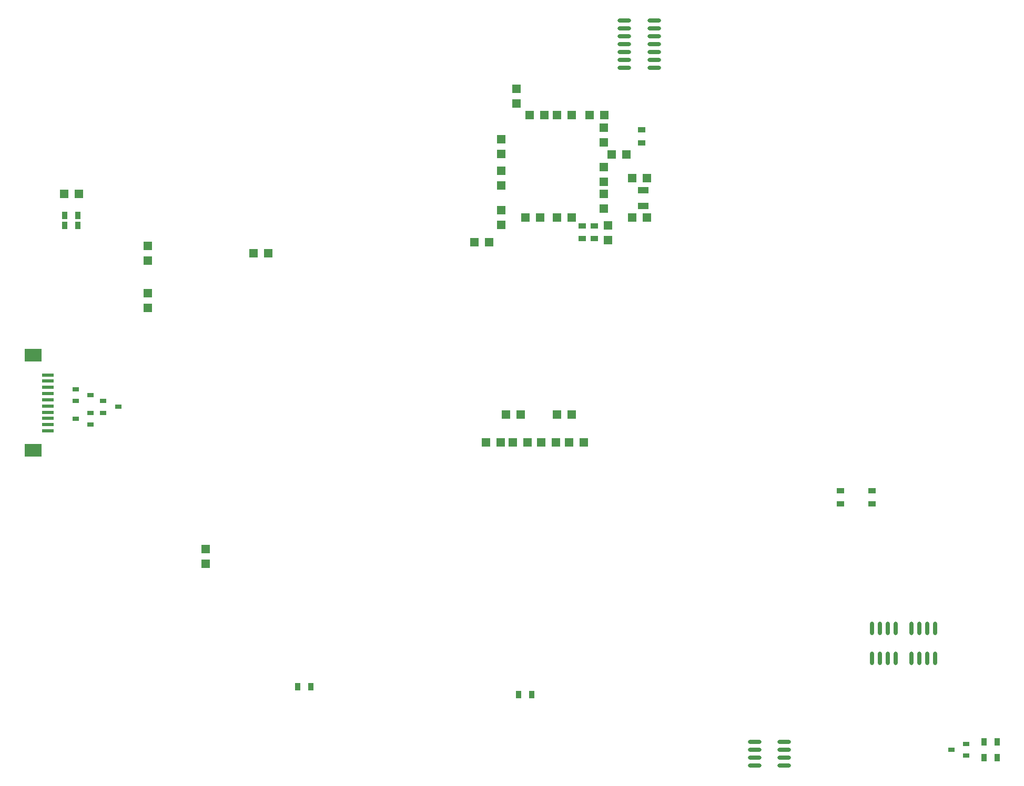
<source format=gbp>
G04 Layer_Color=128*
%FSLAX24Y24*%
%MOIN*%
G70*
G01*
G75*
%ADD18R,0.0532X0.0571*%
%ADD19R,0.0335X0.0512*%
%ADD21R,0.0571X0.0532*%
%ADD27O,0.0236X0.0866*%
%ADD28R,0.0512X0.0335*%
%ADD33O,0.0866X0.0236*%
%ADD57R,0.0394X0.0276*%
%ADD124R,0.0709X0.0394*%
%ADD125R,0.0748X0.0236*%
%ADD126R,0.1102X0.0827*%
D18*
X963Y32500D02*
D03*
X37D02*
D03*
X32963Y16750D02*
D03*
X32037D02*
D03*
X32213Y18500D02*
D03*
X31287D02*
D03*
X31213Y16750D02*
D03*
X30287D02*
D03*
X28487D02*
D03*
X29413D02*
D03*
X28037Y18500D02*
D03*
X28963D02*
D03*
X36963Y31000D02*
D03*
X36037D02*
D03*
X36963Y33500D02*
D03*
X36037D02*
D03*
X27713Y16750D02*
D03*
X26787D02*
D03*
X26037Y29450D02*
D03*
X26963D02*
D03*
X29537Y37500D02*
D03*
X30463D02*
D03*
X32213D02*
D03*
X31287D02*
D03*
X33337D02*
D03*
X34263D02*
D03*
X35663Y35000D02*
D03*
X34737D02*
D03*
X31287Y31000D02*
D03*
X32213D02*
D03*
X30213D02*
D03*
X29287D02*
D03*
X12963Y28750D02*
D03*
X12037D02*
D03*
D19*
X913Y30500D02*
D03*
X87D02*
D03*
Y31150D02*
D03*
X913D02*
D03*
X29663Y750D02*
D03*
X28837D02*
D03*
X15663Y1250D02*
D03*
X14837D02*
D03*
X58337Y-3250D02*
D03*
X59163D02*
D03*
Y-2250D02*
D03*
X58337D02*
D03*
D21*
X27750Y33037D02*
D03*
Y33963D02*
D03*
X5350Y25287D02*
D03*
Y26213D02*
D03*
Y28287D02*
D03*
Y29213D02*
D03*
X9000Y9963D02*
D03*
Y9037D02*
D03*
X27750Y35963D02*
D03*
Y35037D02*
D03*
X28700Y38237D02*
D03*
Y39163D02*
D03*
X34250Y36713D02*
D03*
Y35787D02*
D03*
Y34213D02*
D03*
Y33287D02*
D03*
Y32513D02*
D03*
Y31587D02*
D03*
X34500Y30513D02*
D03*
Y29587D02*
D03*
X27750Y31463D02*
D03*
Y30537D02*
D03*
D27*
X52750Y3055D02*
D03*
X52250D02*
D03*
X51750D02*
D03*
X51250D02*
D03*
X52750Y4945D02*
D03*
X52250D02*
D03*
X51750D02*
D03*
X51250D02*
D03*
X55250Y3055D02*
D03*
X54750D02*
D03*
X54250D02*
D03*
X53750D02*
D03*
X55250Y4945D02*
D03*
X54750D02*
D03*
X54250D02*
D03*
X53750D02*
D03*
D28*
X49250Y12837D02*
D03*
Y13663D02*
D03*
X51250Y12837D02*
D03*
Y13663D02*
D03*
X32870Y29663D02*
D03*
Y30490D02*
D03*
X33657Y29663D02*
D03*
Y30490D02*
D03*
X36650Y35737D02*
D03*
Y36563D02*
D03*
D33*
X37445Y43500D02*
D03*
Y43000D02*
D03*
Y42500D02*
D03*
Y42000D02*
D03*
Y41500D02*
D03*
Y41000D02*
D03*
Y40500D02*
D03*
X35555Y43500D02*
D03*
Y43000D02*
D03*
Y42500D02*
D03*
Y42000D02*
D03*
Y41500D02*
D03*
Y41000D02*
D03*
Y40500D02*
D03*
X45695Y-2250D02*
D03*
Y-2750D02*
D03*
Y-3250D02*
D03*
Y-3750D02*
D03*
X43805Y-2250D02*
D03*
Y-2750D02*
D03*
Y-3250D02*
D03*
Y-3750D02*
D03*
D57*
X56278Y-2750D02*
D03*
X57222Y-3124D02*
D03*
Y-2376D02*
D03*
X1722Y18624D02*
D03*
Y17876D02*
D03*
X778Y18250D02*
D03*
X1722Y19750D02*
D03*
X778Y20124D02*
D03*
Y19376D02*
D03*
X3472Y19000D02*
D03*
X2528Y19374D02*
D03*
Y18626D02*
D03*
D124*
X36750Y32742D02*
D03*
Y31758D02*
D03*
D125*
X-1000Y21022D02*
D03*
Y20628D02*
D03*
Y20234D02*
D03*
Y19841D02*
D03*
Y19447D02*
D03*
Y19053D02*
D03*
Y18659D02*
D03*
Y18266D02*
D03*
Y17872D02*
D03*
Y17478D02*
D03*
D126*
X-1925Y16238D02*
D03*
Y22262D02*
D03*
M02*

</source>
